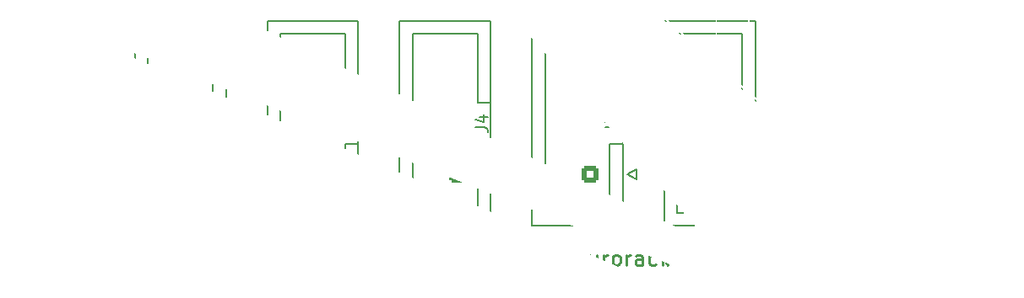
<source format=gto>
G04 #@! TF.GenerationSoftware,KiCad,Pcbnew,(6.0.1)*
G04 #@! TF.CreationDate,2022-05-14T16:39:52+02:00*
G04 #@! TF.ProjectId,eurorack-PSU-extension,6575726f-7261-4636-9b2d-5053552d6578,rev?*
G04 #@! TF.SameCoordinates,Original*
G04 #@! TF.FileFunction,Legend,Top*
G04 #@! TF.FilePolarity,Positive*
%FSLAX46Y46*%
G04 Gerber Fmt 4.6, Leading zero omitted, Abs format (unit mm)*
G04 Created by KiCad (PCBNEW (6.0.1)) date 2022-05-14 16:39:52*
%MOMM*%
%LPD*%
G01*
G04 APERTURE LIST*
G04 Aperture macros list*
%AMRoundRect*
0 Rectangle with rounded corners*
0 $1 Rounding radius*
0 $2 $3 $4 $5 $6 $7 $8 $9 X,Y pos of 4 corners*
0 Add a 4 corners polygon primitive as box body*
4,1,4,$2,$3,$4,$5,$6,$7,$8,$9,$2,$3,0*
0 Add four circle primitives for the rounded corners*
1,1,$1+$1,$2,$3*
1,1,$1+$1,$4,$5*
1,1,$1+$1,$6,$7*
1,1,$1+$1,$8,$9*
0 Add four rect primitives between the rounded corners*
20,1,$1+$1,$2,$3,$4,$5,0*
20,1,$1+$1,$4,$5,$6,$7,0*
20,1,$1+$1,$6,$7,$8,$9,0*
20,1,$1+$1,$8,$9,$2,$3,0*%
%AMFreePoly0*
4,1,80,0.000002,0.000005,0.083620,-0.005995,0.083621,-0.005995,0.158501,-0.023995,0.158502,-0.023995,0.224619,-0.053994,0.224623,-0.053996,0.282000,-0.095994,0.282004,-0.095997,0.328372,-0.150245,0.328375,-0.150248,0.361495,-0.218998,0.361495,-0.218999,0.381365,-0.302248,0.381365,-0.302250,0.387965,-0.400000,0.387965,-1.112000,0.387964,-1.112004,0.387960,-1.112005,0.089960,-1.112005,
0.089956,-1.112004,0.089955,-1.112000,0.089955,-0.474000,0.087355,-0.418750,0.087355,-0.418749,0.079455,-0.371001,0.079455,-0.371000,0.066325,-0.330752,0.066325,-0.330750,0.047958,-0.298005,0.047956,-0.298004,0.023837,-0.271754,-0.006541,-0.253005,-0.006542,-0.253005,-0.043161,-0.241755,-0.086040,-0.238055,-0.148668,-0.243955,-0.200538,-0.261575,-0.241666,-0.290953,-0.272035,-0.332071,
-0.272035,-0.332072,-0.293915,-0.383191,-0.309545,-0.444570,-0.309545,-0.444571,-0.318945,-0.516189,-0.318945,-0.516190,-0.322045,-0.598060,-0.322045,-1.112060,-0.322046,-1.112064,-0.322050,-1.112065,-0.620050,-1.112065,-0.620054,-1.112064,-0.620055,-1.112060,-0.620055,-0.020060,-0.620054,-0.020056,-0.620050,-0.020055,-0.392047,-0.020055,-0.392047,-0.020056,-0.392046,-0.020056,-0.392046,-0.020057,
-0.392045,-0.020059,-0.352046,-0.160055,-0.336053,-0.160055,-0.307684,-0.120937,-0.307684,-0.120936,-0.274554,-0.087556,-0.274550,-0.087554,-0.236683,-0.059926,-0.236679,-0.059924,-0.194062,-0.038055,-0.147431,-0.021425,-0.099561,-0.009555,-0.050441,-0.002455,-0.050440,-0.002455,-0.000063,-0.000055,-0.000004,0.000003,-0.000004,0.000004,-0.000001,0.000005,0.000000,0.000006,0.000002,0.000005,
0.000002,0.000005,$1*%
%AMFreePoly1*
4,1,13,0.000004,1.520004,0.000005,1.520000,0.000005,0.000000,0.000004,-0.000004,0.000000,-0.000005,-0.298000,-0.000005,-0.298004,-0.000004,-0.298005,0.000000,-0.298005,1.520000,-0.298004,1.520004,-0.298000,1.520005,0.000000,1.520005,0.000004,1.520004,0.000004,1.520004,$1*%
%AMFreePoly2*
4,1,103,0.016220,-0.000495,0.031881,-0.001995,0.046971,-0.004495,0.061502,-0.007995,0.075472,-0.012495,0.088882,-0.017995,0.088884,-0.017997,0.101723,-0.024496,0.113999,-0.031994,0.114003,-0.031996,0.125250,-0.040294,0.125254,-0.040297,0.135051,-0.050324,0.135054,-0.050327,0.143254,-0.062047,0.143254,-0.062048,0.150054,-0.075457,0.150055,-0.075458,0.155255,-0.090549,0.159055,-0.107329,
0.161255,-0.125799,0.161255,-0.125800,0.162005,-0.145960,0.161255,-0.165679,0.161255,-0.165680,0.159055,-0.183837,0.159055,-0.183841,0.155255,-0.200429,0.155255,-0.200432,0.150055,-0.215462,0.150052,-0.215465,0.143256,-0.228929,0.143254,-0.228933,0.135054,-0.240843,0.135051,-0.240846,0.125254,-0.251183,0.125250,-0.251186,0.114003,-0.259984,0.113999,-0.259986,0.101726,-0.267482,
0.101723,-0.267484,0.088884,-0.273983,0.088882,-0.273985,0.075472,-0.279485,0.061502,-0.283985,0.046971,-0.287485,0.031881,-0.289985,0.016220,-0.291485,0.000000,-0.291985,-0.000001,-0.291985,-0.016690,-0.291485,-0.032750,-0.289985,-0.032751,-0.289985,-0.048191,-0.287485,-0.063001,-0.283985,-0.063002,-0.283985,-0.077192,-0.279485,-0.090752,-0.273985,-0.103692,-0.267484,-0.103695,-0.267482,
-0.116003,-0.259984,-0.116004,-0.259983,-0.126783,-0.251184,-0.126786,-0.251181,-0.136084,-0.240843,-0.136086,-0.240840,-0.143984,-0.228933,-0.143986,-0.228929,-0.150485,-0.215462,-0.155485,-0.200432,-0.155485,-0.200429,-0.159085,-0.183841,-0.159085,-0.183837,-0.161285,-0.165681,-0.161285,-0.165680,-0.162004,-0.145960,-0.161285,-0.125800,-0.161285,-0.125799,-0.159085,-0.107329,-0.155485,-0.090549,
-0.155485,-0.090548,-0.150485,-0.075458,-0.150483,-0.075456,-0.143985,-0.062048,-0.143983,-0.062046,-0.136084,-0.050327,-0.136081,-0.050324,-0.126784,-0.040297,-0.126780,-0.040294,-0.116003,-0.031996,-0.103692,-0.024496,-0.103688,-0.024494,-0.090752,-0.017995,-0.077192,-0.012495,-0.063002,-0.007995,-0.063001,-0.007995,-0.048191,-0.004495,-0.032751,-0.001995,-0.032750,-0.001995,-0.016690,-0.000495,
-0.000001,0.000005,0.000000,0.000005,0.016220,-0.000495,0.016220,-0.000495,$1*%
%AMFreePoly3*
4,1,29,-0.017996,1.092004,-0.017995,1.092000,-0.017995,0.898000,-0.017996,0.897996,-0.017997,0.897996,-0.509990,0.228005,0.000000,0.228005,0.000004,0.228004,0.000005,0.228000,0.000005,0.000000,0.000004,-0.000004,0.000000,-0.000005,-0.862000,-0.000005,-0.862004,-0.000004,-0.862005,0.000000,-0.862005,0.175998,-0.862006,0.175999,-0.862004,0.176003,-0.862004,0.176004,-0.862003,0.176004,
-0.356010,0.863995,-0.832000,0.863995,-0.832004,0.863996,-0.832005,0.864000,-0.832005,1.092000,-0.832004,1.092004,-0.832000,1.092005,-0.018000,1.092005,-0.017996,1.092004,-0.017996,1.092004,$1*%
%AMFreePoly4*
4,1,194,0.053520,1.131688,0.080110,1.130688,0.105770,1.128988,0.130490,1.126588,0.130491,1.126588,0.154270,1.123488,0.154271,1.123488,0.177111,1.119688,0.199021,1.115188,0.219991,1.109988,0.240652,1.104388,0.240653,1.104387,0.260621,1.098488,0.260622,1.098488,0.279902,1.092388,0.298492,1.085988,0.316401,1.079388,0.316402,1.079388,0.333622,1.072488,0.350152,1.065388,
0.365992,1.057988,0.365995,1.057985,0.365995,1.057981,0.277995,0.827981,0.277992,0.827978,0.277988,0.827978,0.260608,0.834778,0.243478,0.841278,0.226608,0.847478,0.209988,0.853378,0.209987,0.853379,0.193608,0.858978,0.177478,0.864278,0.161608,0.869278,0.145979,0.873978,0.130979,0.878178,0.115979,0.881878,0.100979,0.884978,0.085979,0.887478,0.070979,0.889478,
0.055980,0.890878,0.040980,0.891722,0.025980,0.892003,-0.028398,0.886803,-0.075528,0.871333,-0.075529,0.871333,-0.115397,0.845554,-0.148025,0.809466,-0.173395,0.763058,-0.173395,0.763056,-0.191525,0.706336,-0.202395,0.639309,-0.202395,0.639308,-0.205995,0.561968,-0.205057,0.522308,-0.202257,0.485339,-0.197557,0.451059,-0.190957,0.419469,-0.182557,0.390560,-0.172247,0.364340,
-0.172247,0.364338,-0.160059,0.340812,-0.160058,0.340811,-0.145999,0.319972,-0.145998,0.319971,-0.129749,0.301692,-0.111999,0.285852,-0.092749,0.272442,-0.092748,0.272441,-0.072000,0.261473,-0.049751,0.252973,-0.026001,0.246873,-0.000751,0.243173,0.025998,0.241973,0.049158,0.242348,0.071628,0.243448,0.093407,0.245348,0.114497,0.247948,0.134907,0.251348,0.154627,0.255448,
0.173657,0.260348,0.191996,0.265948,0.209935,0.272747,0.209936,0.272748,0.227746,0.280048,0.245436,0.287948,0.262996,0.296447,0.280435,0.305447,0.280437,0.305447,0.297744,0.315046,0.297745,0.315047,0.314935,0.325207,0.331994,0.335926,0.331994,0.335927,0.331998,0.335928,0.331999,0.335928,0.332002,0.335927,0.332003,0.335923,0.332003,0.081923,0.332002,0.081919,
0.332000,0.081919,0.314871,0.071329,0.314867,0.071327,0.297492,0.061530,0.297490,0.061528,0.279864,0.052531,0.279860,0.052529,0.261990,0.044328,0.261989,0.044328,0.243860,0.037028,0.225490,0.030528,0.225489,0.030528,0.206859,0.024828,0.187979,0.019928,0.168859,0.015228,0.148479,0.011128,0.126849,0.007728,0.103979,0.004928,0.103978,0.004928,0.079858,0.002728,
0.054478,0.001128,0.027858,0.000191,-0.000019,-0.000122,-0.000024,-0.000122,-0.000026,-0.000121,-0.000026,-0.000120,-0.000027,-0.000120,-0.000027,-0.000116,-0.000006,-0.000005,-0.059280,0.002095,-0.059281,0.002095,-0.115121,0.008395,-0.167531,0.018865,-0.167532,0.018865,-0.216501,0.033525,-0.216502,0.033525,-0.262032,0.052365,-0.304121,0.075396,-0.304123,0.075396,-0.342783,0.102616,
-0.342786,0.102619,-0.378003,0.134026,-0.378004,0.134027,-0.408944,0.169997,-0.408946,0.170000,-0.435754,0.210907,-0.435756,0.210911,-0.458442,0.256744,-0.458445,0.256748,-0.477005,0.307528,-0.491445,0.363249,-0.491445,0.363251,-0.501755,0.423909,-0.501755,0.423913,-0.507955,0.489500,-0.510055,0.560030,-0.508955,0.608870,-0.505755,0.655400,-0.505755,0.655401,-0.500455,0.699620,
-0.500455,0.699621,-0.493055,0.741531,-0.483455,0.781121,-0.483454,0.781123,-0.471765,0.818402,-0.457955,0.853372,-0.457953,0.853374,-0.442015,0.886032,-0.442013,0.886034,-0.424204,0.916502,-0.424204,0.916503,-0.404764,0.944912,-0.404764,0.944913,-0.383704,0.971253,-0.361014,0.995534,-0.361012,0.995535,-0.336703,1.017754,-0.336700,1.017756,-0.310763,1.037914,-0.283202,1.056004,
-0.283199,1.056006,-0.254014,1.072033,-0.254012,1.072035,-0.222952,1.086095,-0.190762,1.098285,-0.190761,1.098285,-0.157452,1.108595,-0.157451,1.108595,-0.123011,1.116995,-0.087451,1.123595,-0.050760,1.128295,-0.012950,1.131095,0.025990,1.132032,0.053520,1.131688,0.053520,1.131688,$1*%
%AMFreePoly5*
4,1,80,0.000001,0.000005,0.083630,-0.005995,0.083631,-0.005995,0.158501,-0.023995,0.158502,-0.023995,0.224619,-0.053994,0.224623,-0.053996,0.282000,-0.095994,0.282004,-0.095997,0.328372,-0.150245,0.328375,-0.150248,0.361503,-0.218995,0.361505,-0.218999,0.381375,-0.302248,0.381375,-0.302250,0.387975,-0.400000,0.387975,-1.112000,0.387974,-1.112004,0.387970,-1.112005,0.089970,-1.112005,
0.089966,-1.112004,0.089965,-1.112000,0.089965,-0.474000,0.087365,-0.418750,0.087365,-0.418749,0.079465,-0.371001,0.079465,-0.371000,0.066335,-0.330752,0.066335,-0.330750,0.047968,-0.298005,0.047966,-0.298004,0.023846,-0.271753,-0.006521,-0.253005,-0.043151,-0.241755,-0.086030,-0.238055,-0.148649,-0.243955,-0.200528,-0.261575,-0.241656,-0.290953,-0.272025,-0.332071,-0.272025,-0.332072,
-0.293905,-0.383191,-0.309535,-0.444570,-0.309535,-0.444571,-0.318935,-0.516189,-0.318935,-0.516190,-0.322035,-0.598060,-0.322035,-1.112060,-0.322036,-1.112064,-0.322040,-1.112065,-0.620040,-1.112065,-0.620044,-1.112064,-0.620045,-1.112060,-0.620045,-0.020060,-0.620044,-0.020056,-0.620040,-0.020055,-0.392037,-0.020055,-0.392037,-0.020056,-0.392036,-0.020056,-0.392036,-0.020057,-0.392035,-0.020059,
-0.352036,-0.160055,-0.336043,-0.160055,-0.307664,-0.120937,-0.307664,-0.120936,-0.274544,-0.087556,-0.274540,-0.087554,-0.236673,-0.059926,-0.236669,-0.059924,-0.194042,-0.038055,-0.147422,-0.021425,-0.147421,-0.021425,-0.099551,-0.009555,-0.050421,-0.002455,-0.050420,-0.002455,-0.000052,-0.000055,-0.000004,0.000003,-0.000004,0.000004,-0.000003,0.000004,-0.000001,0.000006,0.000001,0.000005,
0.000001,0.000005,$1*%
%AMFreePoly6*
4,1,262,0.000145,0.000017,0.000146,0.000013,0.000146,0.000009,0.000142,0.000008,0.000084,0.000003,0.053380,-0.001495,0.103511,-0.005995,0.150381,-0.013495,0.194001,-0.023995,0.194002,-0.023995,0.234371,-0.037495,0.234372,-0.037495,0.271502,-0.053995,0.271504,-0.053997,0.305369,-0.073494,0.305373,-0.073496,0.336000,-0.095994,0.336003,-0.095996,0.363663,-0.121086,0.363664,-0.121087,
0.387631,-0.149364,0.387634,-0.149367,0.407914,-0.180837,0.407915,-0.180838,0.424505,-0.215498,0.437414,-0.253337,0.437415,-0.253339,0.446615,-0.294369,0.452115,-0.338590,0.453915,-0.386000,0.453915,-1.114000,0.453914,-1.114004,0.453910,-1.114005,0.245908,-1.114005,0.245908,-1.114004,0.245906,-1.114004,0.245905,-1.114000,0.231505,-1.077002,0.224205,-1.058502,0.224205,-1.058499,
0.188206,-0.966005,0.180212,-0.966005,0.162594,-0.987253,0.162594,-0.987254,0.144714,-1.007003,0.126594,-1.025254,0.126592,-1.025255,0.108224,-1.042003,0.108223,-1.042004,0.089594,-1.057253,0.089593,-1.057254,0.070714,-1.071003,0.070713,-1.071004,0.051583,-1.083254,0.051579,-1.083256,0.032216,-1.094002,0.032212,-1.094004,0.011802,-1.103405,0.011801,-1.103405,-0.010418,-1.111505,
-0.010419,-1.111505,-0.034449,-1.118405,-0.060289,-1.124005,-0.069959,-1.125543,-0.087949,-1.128405,-0.117419,-1.131505,-0.148700,-1.133405,-0.181790,-1.134030,-0.217510,-1.132730,-0.251671,-1.128830,-0.284261,-1.122230,-0.284262,-1.122230,-0.315291,-1.113030,-0.315292,-1.113030,-0.344762,-1.101220,-0.344764,-1.101218,-0.372671,-1.086779,-0.372673,-1.086779,-0.399013,-1.069719,-0.399014,-1.069718,
-0.423793,-1.050029,-0.423796,-1.050026,-0.446294,-1.027559,-0.446296,-1.027555,-0.465794,-1.002148,-0.465795,-1.002147,-0.482294,-0.973808,-0.482295,-0.973807,-0.495795,-0.942527,-0.506295,-0.908306,-0.506295,-0.908304,-0.513795,-0.871146,-0.513795,-0.871142,-0.518295,-0.831056,-0.518295,-0.831054,-0.519726,-0.790010,-0.213970,-0.790010,-0.213345,-0.806419,-0.211445,-0.821639,-0.208345,-0.835668,
-0.203945,-0.848508,-0.198347,-0.860166,-0.198346,-0.860167,-0.191447,-0.870636,-0.191446,-0.870637,-0.183347,-0.879936,-0.173947,-0.888036,-0.163567,-0.894636,-0.163566,-0.894637,-0.152450,-0.900335,-0.152448,-0.900335,-0.140578,-0.905135,-0.127958,-0.909035,-0.127957,-0.909035,-0.114579,-0.912135,-0.100460,-0.914335,-0.085589,-0.915635,-0.069960,-0.916072,-0.046431,-0.915197,-0.023841,-0.912597,
-0.002181,-0.908197,0.018538,-0.902097,0.038318,-0.894197,0.038320,-0.894197,0.057158,-0.884597,0.057159,-0.884597,0.075066,-0.873219,0.075067,-0.873218,0.092035,-0.860099,0.092036,-0.860098,0.107507,-0.844878,0.120916,-0.828218,0.120917,-0.828218,0.132255,-0.810130,0.141555,-0.790600,0.148755,-0.769630,0.153955,-0.747221,0.157055,-0.723381,0.158055,-0.698102,0.158055,-0.619352,
0.157995,-0.608005,0.042001,-0.612005,0.007380,-0.613705,-0.024490,-0.616805,-0.053619,-0.621205,-0.079998,-0.627005,-0.103629,-0.634205,-0.124498,-0.642805,-0.124500,-0.642805,-0.142616,-0.652703,-0.142617,-0.652704,-0.157996,-0.664013,-0.171116,-0.676483,-0.182496,-0.689893,-0.192095,-0.704231,-0.192096,-0.704233,-0.199995,-0.719510,-0.199995,-0.719512,-0.206095,-0.735731,-0.210495,-0.752890,
-0.210495,-0.752891,-0.213095,-0.770979,-0.213095,-0.770980,-0.213970,-0.790010,-0.519726,-0.790010,-0.519795,-0.788025,-0.517895,-0.745965,-0.517895,-0.745964,-0.512195,-0.706775,-0.512195,-0.706774,-0.502695,-0.670464,-0.502695,-0.670463,-0.489355,-0.637023,-0.489352,-0.637019,-0.472194,-0.606463,-0.472194,-0.606462,-0.451224,-0.578772,-0.451224,-0.578771,-0.426444,-0.553962,-0.426443,-0.553961,
-0.397853,-0.532021,-0.365443,-0.512651,-0.365442,-0.512650,-0.329222,-0.495520,-0.289192,-0.480640,-0.289191,-0.480640,-0.245352,-0.468020,-0.245351,-0.468020,-0.197691,-0.457650,-0.146221,-0.449550,-0.090940,-0.443650,-0.031850,-0.440050,0.158145,-0.434050,0.158145,-0.386054,0.157426,-0.365275,0.155226,-0.345936,0.155226,-0.345934,0.151626,-0.328026,0.151626,-0.328025,0.146626,-0.311556,
0.140126,-0.296527,0.132227,-0.282938,0.122927,-0.270778,0.112147,-0.260059,0.112146,-0.260058,0.100588,-0.250659,0.100586,-0.250657,0.087900,-0.242560,0.087899,-0.242560,0.074091,-0.235660,0.074089,-0.235660,0.059149,-0.230060,0.043090,-0.225660,0.025900,-0.222560,0.007590,-0.220660,-0.011849,-0.220035,-0.031788,-0.220410,-0.051599,-0.221510,-0.071288,-0.223410,-0.090848,-0.226010,
-0.110288,-0.229410,-0.129597,-0.233510,-0.148786,-0.238410,-0.148787,-0.238410,-0.167846,-0.244009,-0.167847,-0.244010,-0.186848,-0.249710,-0.205847,-0.255810,-0.224847,-0.262210,-0.243847,-0.269010,-0.243848,-0.269010,-0.262847,-0.276210,-0.281847,-0.283810,-0.300847,-0.291710,-0.300849,-0.291710,-0.319847,-0.300010,-0.319851,-0.300010,-0.319854,-0.300007,-0.417853,-0.098007,-0.417854,-0.098003,
-0.417851,-0.098001,-0.396013,-0.087282,-0.396011,-0.087280,-0.373481,-0.077120,-0.350261,-0.067520,-0.326351,-0.058520,-0.301760,-0.050020,-0.276480,-0.042120,-0.250511,-0.034820,-0.250510,-0.034820,-0.223850,-0.028020,-0.196730,-0.021420,-0.169360,-0.015720,-0.141730,-0.010920,-0.113850,-0.007020,-0.085730,-0.003920,-0.085729,-0.003920,-0.057350,-0.001720,-0.057349,-0.001720,-0.028729,-0.000420,
0.000141,0.000018,0.000145,0.000017,0.000145,0.000017,$1*%
%AMFreePoly7*
4,1,332,-0.631995,0.706655,-0.631994,0.706655,-0.533994,0.690525,-0.441994,0.663645,-0.441993,0.663645,-0.355993,0.626025,-0.355992,0.626024,-0.277492,0.578404,-0.207992,0.521524,-0.207991,0.521523,-0.147494,0.455406,-0.147491,0.455403,-0.095991,0.380033,-0.095991,0.380032,-0.053992,0.296285,-0.053990,0.296282,-0.023990,0.205032,-0.023990,0.205031,-0.005991,0.106284,-0.005990,0.106280,
0.000010,0.000033,0.000010,0.000029,0.000005,0.000001,0.000005,-0.000001,-0.001395,-0.045869,-0.001395,-0.045870,-0.005495,-0.091496,-0.005495,-0.091500,-0.012395,-0.136879,-0.012395,-0.136881,-0.021995,-0.181999,-0.021995,-0.182001,-0.034495,-0.226000,-0.034495,-0.226002,-0.049995,-0.268002,-0.068494,-0.308000,-0.068495,-0.308002,-0.089995,-0.346000,-0.089996,-0.346003,-0.113496,-0.381123,
-0.113499,-0.381126,-0.139996,-0.412493,-0.169497,-0.440124,-0.169500,-0.440126,-0.201996,-0.464003,-0.201998,-0.464005,-0.237495,-0.482372,-0.237495,-0.482373,-0.237499,-0.482375,-0.275998,-0.495505,-0.275999,-0.495505,-0.317499,-0.503405,-0.317500,-0.503405,-0.362000,-0.506005,-0.362001,-0.506005,-0.397880,-0.503905,-0.397881,-0.503905,-0.431501,-0.497505,-0.462882,-0.486875,-0.462885,-0.486873,
-0.492011,-0.471994,-0.492013,-0.471994,-0.517883,-0.452744,-0.517886,-0.452741,-0.539514,-0.430994,-0.539516,-0.430990,-0.556894,-0.406743,-0.556896,-0.406739,-0.570013,-0.379995,-0.586008,-0.379995,-0.607756,-0.404243,-0.607757,-0.404244,-0.633007,-0.426994,-0.633010,-0.426996,-0.661756,-0.448243,-0.661757,-0.448244,-0.694007,-0.467994,-0.694011,-0.467996,-0.728758,-0.484615,-0.728759,-0.484615,
-0.767009,-0.496495,-0.767010,-0.496495,-0.808759,-0.503595,-0.831990,-0.504827,-0.854010,-0.505995,-0.938010,-0.499395,-0.938012,-0.499395,-1.012011,-0.479525,-1.012015,-0.479523,-1.012015,-0.479522,-1.076009,-0.446406,-1.076013,-0.446404,-1.130013,-0.400024,-1.130016,-0.400020,-1.172014,-0.341903,-1.172016,-0.341899,-1.202015,-0.275522,-1.202015,-0.275519,-1.220015,-0.200901,-1.220015,-0.200897,
-1.225727,-0.122000,-1.225727,-0.121995,-1.000015,-0.121995,-1.000000,-0.121995,-0.999996,-0.121996,-0.999995,-0.122000,-0.997095,-0.173119,-0.988495,-0.216488,-0.974115,-0.252108,-0.953986,-0.279986,-0.953987,-0.279986,-0.929117,-0.300986,-0.929116,-0.300987,-0.900488,-0.315985,-0.868119,-0.324985,-0.831990,-0.327985,-0.785742,-0.323485,-0.746992,-0.309985,-0.715743,-0.287486,-0.691995,-0.255988,
-0.673125,-0.216239,-0.673125,-0.216238,-0.658495,-0.170989,-0.648115,-0.120239,-0.642015,-0.063989,-0.630015,0.152006,-0.641511,0.153905,-0.654011,0.155505,-0.667511,0.156905,-0.682010,0.158005,-0.682011,0.158005,-0.696261,0.159805,-0.711010,0.161005,-0.711011,0.161005,-0.726260,0.161755,-0.742010,0.162005,-0.787509,0.159405,-0.828009,0.151505,-0.863508,0.138375,-0.863509,0.138375,
-0.894007,0.120006,-0.920136,0.098377,-0.942506,0.073497,-0.961136,0.045377,-0.976015,0.013999,-0.986515,-0.019251,-0.994015,-0.053000,-0.994015,-0.053001,-0.998515,-0.087250,-0.998515,-0.087251,-1.000015,-0.121995,-1.225727,-0.121995,-1.226015,-0.118020,-1.222415,-0.053019,-1.222414,-0.053015,-1.211535,0.007981,-1.211535,0.007982,-1.193415,0.064982,-1.168045,0.117982,-1.168043,0.117984,
-1.136044,0.167103,-1.136041,0.167106,-1.098044,0.210473,-1.098043,0.210474,-1.054043,0.248104,-1.004043,0.279974,-1.004042,0.279975,-0.948665,0.306223,-0.948661,0.306225,-0.888541,0.324975,-0.823661,0.336225,-0.823660,0.336225,-0.754041,0.339925,-0.754040,0.339925,-0.706660,0.338825,-0.658540,0.335425,-0.658539,0.335425,-0.609659,0.329825,-0.560039,0.321925,-0.511919,0.313625,
-0.469549,0.304925,-0.432919,0.295625,-0.402038,0.285925,-0.402037,0.285924,-0.402036,0.285924,-0.402035,0.285923,-0.402035,0.285920,-0.422035,-0.124079,-0.422035,-0.124080,-0.422910,-0.134210,-0.423535,-0.144579,-0.423535,-0.144580,-0.423910,-0.155210,-0.424035,-0.166080,-0.424035,-0.192080,-0.422635,-0.229709,-0.418535,-0.260579,-0.411635,-0.284699,-0.402037,-0.302076,-0.389787,-0.313456,
-0.377040,-0.321555,-0.377038,-0.321555,-0.363788,-0.326455,-0.350040,-0.328055,-0.328922,-0.325255,-0.309542,-0.316955,-0.291923,-0.303206,-0.276044,-0.283957,-0.276043,-0.283956,-0.261165,-0.259208,-0.248545,-0.230960,-0.248545,-0.230958,-0.238175,-0.199208,-0.230075,-0.163959,-0.223075,-0.125079,-0.218075,-0.084450,-0.215075,-0.042080,-0.214075,0.002050,-0.218275,0.082050,-0.218275,0.082051,
-0.231025,0.156049,-0.252275,0.224049,-0.282025,0.286048,-0.282025,0.286050,-0.319143,0.341545,-0.319144,0.341546,-0.362524,0.390047,-0.412143,0.431546,-0.468023,0.466046,-0.468024,0.466047,-0.528902,0.493165,-0.593521,0.512535,-0.661891,0.524155,-0.734010,0.528055,-0.834884,0.522555,-0.927504,0.506055,-1.011883,0.478555,-1.088001,0.440057,-1.088002,0.440056,-1.154751,0.392937,
-1.154752,0.392936,-1.213001,0.337567,-1.262751,0.273937,-1.304000,0.202060,-1.304000,0.202058,-1.336380,0.124439,-1.359510,0.041560,-1.359510,0.041559,-1.373380,-0.046559,-1.373380,-0.046560,-1.377980,-0.139940,-1.368980,-0.267064,-1.341980,-0.378438,-1.296980,-0.474058,-1.233982,-0.553936,-1.153863,-0.616935,-1.057485,-0.661935,-1.057484,-0.661935,-0.944859,-0.688935,-0.815985,-0.697935,
-0.757485,-0.696435,-0.697986,-0.691935,-0.637486,-0.684435,-0.575986,-0.673935,-0.514236,-0.660065,-0.454986,-0.644435,-0.398237,-0.627055,-0.343986,-0.607935,-0.343982,-0.607935,-0.343980,-0.607938,-0.343980,-0.795940,-0.343981,-0.795944,-0.343982,-0.795944,-0.343983,-0.795945,-0.393363,-0.814945,-0.393364,-0.814945,-0.445483,-0.831945,-0.445484,-0.831945,-0.500364,-0.846945,-0.557984,-0.859945,
-0.617864,-0.870445,-0.679484,-0.877945,-0.742865,-0.882445,-0.807985,-0.883945,-0.927485,-0.878445,-0.927486,-0.878445,-1.037986,-0.861945,-1.037987,-0.861945,-1.139486,-0.834445,-1.139490,-0.834443,-1.231987,-0.795945,-1.231990,-0.795942,-1.314858,-0.747194,-1.314859,-0.747193,-1.387488,-0.688944,-1.387491,-0.688941,-1.449869,-0.621193,-1.449871,-0.621190,-1.501989,-0.543943,-1.501991,-0.543939,
-1.542240,-0.456812,-1.570990,-0.361431,-1.570990,-0.361429,-1.588240,-0.257806,-1.588240,-0.257802,-1.593940,-0.145930,-1.590240,-0.056549,-1.578990,0.029571,-1.560240,0.112451,-1.560240,0.112452,-1.533990,0.192081,-1.533990,0.192082,-1.500740,0.267582,-1.500737,0.267585,-1.460989,0.338082,-1.460989,0.338083,-1.414739,0.403583,-1.414736,0.403586,-1.361989,0.464083,-1.361988,0.464084,
-1.303109,0.519713,-1.303108,0.519714,-1.238488,0.568584,-1.168118,0.610704,-1.168117,0.610705,-1.091998,0.646084,-1.091997,0.646085,-1.009746,0.674955,-0.922996,0.695585,-0.831745,0.707955,-0.735995,0.712055,-0.631995,0.706655,-0.631995,0.706655,$1*%
%AMFreePoly8*
4,1,262,0.000046,0.000015,0.000046,0.000010,0.000043,0.000008,0.000031,0.000004,0.053370,-0.001495,0.103501,-0.005995,0.150371,-0.013495,0.193991,-0.023995,0.193992,-0.023995,0.234372,-0.037495,0.271492,-0.053995,0.271494,-0.053997,0.305373,-0.073496,0.336000,-0.095994,0.336003,-0.095996,0.363663,-0.121086,0.363664,-0.121087,0.387631,-0.149364,0.387634,-0.149367,0.407914,-0.180837,
0.407915,-0.180838,0.424505,-0.215498,0.437414,-0.253337,0.437415,-0.253339,0.446615,-0.294369,0.452115,-0.338590,0.453915,-0.386000,0.453915,-1.114000,0.453914,-1.114004,0.453910,-1.114005,0.245908,-1.114005,0.245907,-1.114004,0.245906,-1.114004,0.245905,-1.114002,0.238605,-1.095502,0.195405,-0.984502,0.188106,-0.966005,0.180112,-0.966005,0.162484,-0.987253,0.162481,-0.987256,
0.144614,-1.007003,0.126484,-1.025254,0.126482,-1.025255,0.108114,-1.042003,0.108113,-1.042004,0.089484,-1.057253,0.089483,-1.057254,0.070604,-1.071003,0.070603,-1.071004,0.051483,-1.083254,0.051479,-1.083256,0.032106,-1.094002,0.032102,-1.094004,0.011692,-1.103405,0.011691,-1.103405,-0.010528,-1.111505,-0.010529,-1.111505,-0.034559,-1.118405,-0.060399,-1.124005,-0.069969,-1.125527,
-0.088059,-1.128405,-0.117529,-1.131505,-0.148810,-1.133405,-0.181900,-1.134030,-0.217620,-1.132730,-0.251781,-1.128830,-0.284371,-1.122230,-0.284372,-1.122230,-0.315401,-1.113030,-0.315402,-1.113030,-0.344872,-1.101220,-0.344874,-1.101218,-0.372781,-1.086779,-0.372783,-1.086779,-0.399123,-1.069719,-0.399124,-1.069718,-0.423903,-1.050029,-0.423906,-1.050026,-0.446404,-1.027559,-0.446406,-1.027555,
-0.465904,-1.002148,-0.465905,-1.002147,-0.482404,-0.973808,-0.482405,-0.973807,-0.495905,-0.942527,-0.506405,-0.908306,-0.506405,-0.908304,-0.513905,-0.871146,-0.513905,-0.871142,-0.518405,-0.831056,-0.518405,-0.831054,-0.519836,-0.790010,-0.213980,-0.790010,-0.213355,-0.806419,-0.211455,-0.821639,-0.208355,-0.835668,-0.203955,-0.848508,-0.198357,-0.860166,-0.198356,-0.860167,-0.191457,-0.870636,
-0.191456,-0.870637,-0.183357,-0.879936,-0.173957,-0.888036,-0.163587,-0.894636,-0.163586,-0.894637,-0.152470,-0.900335,-0.152468,-0.900335,-0.140588,-0.905135,-0.127968,-0.909035,-0.127967,-0.909035,-0.114599,-0.912135,-0.100480,-0.914335,-0.085599,-0.915635,-0.069970,-0.916072,-0.046441,-0.915197,-0.023851,-0.912597,-0.002191,-0.908197,0.018528,-0.902097,0.038308,-0.894197,0.038310,-0.894197,
0.057148,-0.884597,0.057149,-0.884597,0.075056,-0.873219,0.075057,-0.873218,0.092025,-0.860099,0.092026,-0.860098,0.107497,-0.844878,0.120906,-0.828218,0.120907,-0.828218,0.132245,-0.810130,0.141545,-0.790600,0.148745,-0.769630,0.153945,-0.747221,0.157045,-0.723381,0.158045,-0.698102,0.158045,-0.619352,0.157995,-0.608005,0.042001,-0.612005,0.007370,-0.613705,-0.024500,-0.616805,
-0.053629,-0.621205,-0.079998,-0.627005,-0.103628,-0.634205,-0.124508,-0.642805,-0.124510,-0.642805,-0.142626,-0.652703,-0.142627,-0.652704,-0.157996,-0.664013,-0.157997,-0.664014,-0.171126,-0.676483,-0.182506,-0.689893,-0.192105,-0.704231,-0.192106,-0.704233,-0.200005,-0.719510,-0.200005,-0.719512,-0.206105,-0.735731,-0.210505,-0.752890,-0.210505,-0.752891,-0.213105,-0.770979,-0.213105,-0.770980,
-0.213980,-0.790010,-0.519836,-0.790010,-0.519905,-0.788025,-0.518005,-0.745965,-0.518005,-0.745964,-0.512305,-0.706775,-0.512305,-0.706774,-0.502805,-0.670464,-0.502805,-0.670463,-0.489465,-0.637023,-0.489462,-0.637019,-0.472304,-0.606463,-0.472304,-0.606462,-0.451334,-0.578772,-0.451334,-0.578771,-0.426554,-0.553962,-0.426553,-0.553961,-0.397963,-0.532021,-0.365553,-0.512651,-0.365552,-0.512650,
-0.329332,-0.495520,-0.289302,-0.480640,-0.289301,-0.480640,-0.245462,-0.468020,-0.245461,-0.468020,-0.197801,-0.457650,-0.146331,-0.449550,-0.091050,-0.443650,-0.031960,-0.440050,0.158035,-0.434050,0.158035,-0.386054,0.157316,-0.365275,0.155116,-0.345936,0.155116,-0.345934,0.151516,-0.328026,0.151516,-0.328025,0.146516,-0.311556,0.140016,-0.296527,0.132117,-0.282938,0.122817,-0.270778,
0.112037,-0.260059,0.112036,-0.260058,0.100478,-0.250659,0.100476,-0.250657,0.087790,-0.242560,0.087789,-0.242560,0.073981,-0.235660,0.073979,-0.235660,0.059039,-0.230060,0.042980,-0.225660,0.025790,-0.222560,0.007480,-0.220660,-0.011959,-0.220035,-0.031898,-0.220410,-0.051709,-0.221510,-0.071398,-0.223410,-0.090958,-0.226010,-0.110398,-0.229410,-0.129707,-0.233510,-0.148896,-0.238410,
-0.148897,-0.238410,-0.167956,-0.244009,-0.167957,-0.244010,-0.186958,-0.249710,-0.205957,-0.255810,-0.224957,-0.262210,-0.243957,-0.269010,-0.243958,-0.269010,-0.262957,-0.276210,-0.281957,-0.283810,-0.300957,-0.291710,-0.300959,-0.291710,-0.319957,-0.300010,-0.319961,-0.300010,-0.319964,-0.300007,-0.417963,-0.098007,-0.417964,-0.098003,-0.417961,-0.098001,-0.396123,-0.087282,-0.396121,-0.087280,
-0.373591,-0.077120,-0.350371,-0.067520,-0.326461,-0.058520,-0.301870,-0.050020,-0.276590,-0.042120,-0.250621,-0.034820,-0.250620,-0.034820,-0.223960,-0.028020,-0.196830,-0.021420,-0.169460,-0.015720,-0.141830,-0.010920,-0.113961,-0.007020,-0.113960,-0.007020,-0.085830,-0.003920,-0.085829,-0.003920,-0.057460,-0.001720,-0.057459,-0.001720,-0.028830,-0.000420,-0.028829,-0.000420,0.000039,0.000018,
0.000044,0.000018,0.000046,0.000015,0.000046,0.000015,$1*%
%AMFreePoly9*
4,1,123,0.000177,0.000015,0.000178,0.000011,0.000177,0.000007,0.000173,0.000006,0.000101,0.000001,0.042910,-0.001495,0.042911,-0.001495,0.083631,-0.005995,0.122161,-0.013495,0.158502,-0.023995,0.192662,-0.037495,0.192664,-0.037497,0.224629,-0.053994,0.224633,-0.053996,0.254409,-0.073494,0.254413,-0.073496,0.282001,-0.095995,0.282004,-0.095996,0.306841,-0.121304,0.306844,-0.121307,
0.328374,-0.150247,0.328374,-0.150248,0.346594,-0.182807,0.346595,-0.182808,0.361505,-0.218998,0.361505,-0.218999,0.373094,-0.258807,0.373095,-0.258809,0.381394,-0.302246,0.381395,-0.302249,0.386395,-0.349310,0.388095,-0.399999,0.388095,-1.112000,0.388094,-1.112004,0.388090,-1.112005,0.090090,-1.112005,0.090086,-1.112004,0.090085,-1.112000,0.090085,-0.474000,0.089429,-0.445440,
0.087429,-0.418750,0.084129,-0.393941,0.084129,-0.393940,0.079529,-0.371001,0.073629,-0.349941,0.066429,-0.330752,0.057930,-0.313443,0.048130,-0.298003,0.036850,-0.283943,0.024011,-0.271754,0.024010,-0.271753,0.009601,-0.261444,-0.006366,-0.253045,-0.006368,-0.253045,-0.023898,-0.246445,-0.042987,-0.241745,-0.063647,-0.238945,-0.085866,-0.238008,-0.118526,-0.239508,-0.148495,-0.243908,
-0.175774,-0.251208,-0.200364,-0.261488,-0.200366,-0.261488,-0.222273,-0.274707,-0.241492,-0.290866,-0.258022,-0.309956,-0.258023,-0.309957,-0.271861,-0.331984,-0.271861,-0.331985,-0.283581,-0.356264,-0.293741,-0.383104,-0.302341,-0.412513,-0.302341,-0.412514,-0.309341,-0.444482,-0.309341,-0.444484,-0.314841,-0.479013,-0.314841,-0.479014,-0.318741,-0.516102,-0.318741,-0.516103,-0.321041,-0.555763,
-0.321822,-0.597983,-0.321822,-1.111983,-0.321823,-1.111987,-0.321827,-1.111988,-0.619827,-1.111988,-0.619831,-1.111987,-0.619832,-1.111983,-0.619832,-0.019983,-0.619831,-0.019979,-0.619827,-0.019978,-0.391824,-0.019978,-0.391824,-0.019979,-0.391823,-0.019979,-0.391823,-0.019980,-0.391822,-0.019982,-0.351823,-0.159978,-0.335830,-0.159978,-0.322241,-0.139701,-0.322241,-0.139700,-0.307461,-0.120860,
-0.307460,-0.120859,-0.291491,-0.103450,-0.291490,-0.103449,-0.274330,-0.087479,-0.255990,-0.072949,-0.236460,-0.059859,-0.236456,-0.059857,-0.215740,-0.048199,-0.215739,-0.048198,-0.193831,-0.037980,-0.193829,-0.037978,-0.170669,-0.029078,-0.147198,-0.021378,-0.123419,-0.014878,-0.123418,-0.014878,-0.099328,-0.009578,-0.074918,-0.005378,-0.050198,-0.002378,-0.050197,-0.002378,-0.025167,-0.000578,
0.000171,0.000016,0.000173,0.000016,0.000177,0.000015,0.000177,0.000015,$1*%
%AMFreePoly10*
4,1,323,-0.370726,0.787642,-0.345695,0.786705,-0.320975,0.785105,-0.320974,0.785105,-0.296565,0.782905,-0.272476,0.780105,-0.272475,0.780105,-0.248695,0.776705,-0.225226,0.772605,-0.225225,0.772605,-0.202065,0.767905,-0.178975,0.762505,-0.155695,0.756305,-0.132224,0.749305,-0.108564,0.741505,-0.084724,0.732805,-0.060694,0.723305,-0.036474,0.713025,-0.012064,0.701935,-0.012061,0.701932,
-0.012061,0.701928,-0.102061,0.487928,-0.102064,0.487925,-0.102068,0.487925,-0.121938,0.496225,-0.141558,0.504125,-0.160938,0.511725,-0.180058,0.518925,-0.198938,0.525725,-0.198939,0.525726,-0.217568,0.532125,-0.235938,0.538225,-0.235939,0.538226,-0.254067,0.543925,-0.272097,0.549525,-0.290187,0.554425,-0.308347,0.558525,-0.308348,0.558525,-0.326567,0.561925,-0.344847,0.564525,
-0.363187,0.566425,-0.381596,0.567525,-0.400065,0.567900,-0.431005,0.566800,-0.457815,0.563400,-0.480504,0.557800,-0.499064,0.549900,-0.513502,0.539772,-0.523811,0.527403,-0.530011,0.512774,-0.532111,0.495906,-0.532111,0.495905,-0.531861,0.489506,-0.531111,0.483206,-0.529811,0.477006,-0.528111,0.470907,-0.525813,0.465009,-0.525811,0.465007,-0.523111,0.459207,-0.519813,0.453509,
-0.519812,0.453508,-0.516113,0.447909,-0.516112,0.447909,-0.511113,0.442809,-0.505213,0.437609,-0.498413,0.432309,-0.490613,0.426909,-0.481915,0.421309,-0.481913,0.421309,-0.472213,0.415609,-0.472212,0.415608,-0.461624,0.409810,-0.461622,0.409808,-0.450096,0.403910,-0.450094,0.403910,-0.436876,0.397710,-0.436874,0.397710,-0.422214,0.391010,-0.406126,0.383710,-0.406124,0.383710,
-0.388596,0.376010,-0.388594,0.376010,-0.369624,0.367710,-0.349214,0.358910,-0.327376,0.349710,-0.327374,0.349710,-0.304094,0.340010,-0.281004,0.330410,-0.258724,0.320710,-0.237256,0.310910,-0.237254,0.310910,-0.216593,0.301009,-0.216590,0.301007,-0.196754,0.290949,-0.177723,0.280759,-0.177722,0.280758,-0.159503,0.270449,-0.142097,0.260011,-0.142093,0.260009,-0.125593,0.249669,
-0.110093,0.238639,-0.095593,0.226919,-0.082093,0.214509,-0.082092,0.214508,-0.069595,0.201421,-0.069592,0.201418,-0.058095,0.187641,-0.058092,0.187638,-0.047593,0.173169,-0.047592,0.173168,-0.038094,0.158010,-0.038092,0.158007,-0.029194,0.141980,-0.029191,0.141977,-0.021491,0.124887,-0.014991,0.106727,-0.014991,0.106726,-0.009691,0.087507,-0.009691,0.087506,-0.005491,0.067226,
-0.002491,0.045886,-0.002491,0.045885,-0.000691,0.023476,-0.000691,0.023475,-0.000097,0.000010,0.000000,0.000005,0.000004,0.000004,0.000005,0.000000,-0.001795,-0.040306,-0.001795,-0.040310,-0.007295,-0.078249,-0.007295,-0.078251,-0.016495,-0.113810,-0.016495,-0.113812,-0.029404,-0.147000,-0.029405,-0.147002,-0.045994,-0.177809,-0.045996,-0.177813,-0.066276,-0.206253,-0.066279,-0.206256,
-0.090246,-0.232313,-0.090247,-0.232314,-0.117907,-0.256004,-0.117910,-0.256006,-0.148714,-0.276622,-0.148717,-0.276624,-0.148721,-0.276626,-0.183156,-0.294503,-0.183158,-0.294505,-0.221218,-0.309625,-0.221219,-0.309625,-0.262909,-0.322005,-0.308219,-0.331605,-0.357159,-0.338505,-0.409720,-0.342605,-0.465910,-0.344005,-0.493910,-0.343755,-0.493911,-0.343755,-0.520910,-0.343005,-0.546910,-0.341805,
-0.571910,-0.340005,-0.595910,-0.337705,-0.595911,-0.337705,-0.618911,-0.335005,-0.640911,-0.331705,-0.661911,-0.328005,-0.682411,-0.324205,-0.702911,-0.319805,-0.723411,-0.314705,-0.743911,-0.309005,-0.743912,-0.309005,-0.764411,-0.302705,-0.764412,-0.302705,-0.784912,-0.295805,-0.805412,-0.288205,-0.825912,-0.280005,-0.825913,-0.280004,-0.825914,-0.280004,-0.825915,-0.280000,-0.825915,-0.033998,
-0.825914,-0.033997,-0.825914,-0.033996,-0.825913,-0.033996,-0.825912,-0.033995,-0.825908,-0.033995,-0.803688,-0.043795,-0.781028,-0.053095,-0.757938,-0.061995,-0.734409,-0.070495,-0.734408,-0.070495,-0.710438,-0.078495,-0.686028,-0.086095,-0.686027,-0.086096,-0.661189,-0.093295,-0.635909,-0.099995,-0.610779,-0.106095,-0.586409,-0.111395,-0.562789,-0.115895,-0.539909,-0.119595,-0.517789,-0.122395,
-0.496420,-0.124395,-0.475790,-0.125595,-0.455920,-0.126001,-0.435170,-0.125595,-0.415921,-0.124395,-0.398171,-0.122395,-0.381921,-0.119595,-0.367173,-0.115895,-0.367172,-0.115895,-0.353922,-0.111395,-0.342172,-0.106095,-0.342171,-0.106095,-0.331924,-0.099997,-0.331923,-0.099996,-0.323023,-0.093296,-0.315323,-0.086096,-0.308824,-0.078297,-0.303525,-0.070098,-0.299325,-0.061300,-0.299325,-0.061298,
-0.296325,-0.052098,-0.294525,-0.042299,-0.293931,-0.032050,-0.294181,-0.025150,-0.294931,-0.018451,-0.294931,-0.018449,-0.296131,-0.011951,-0.296131,-0.011950,-0.297931,-0.005651,-0.300231,0.000548,-0.300231,0.000550,-0.302931,0.006548,-0.302931,0.006550,-0.306229,0.012346,-0.306230,0.012347,-0.309930,0.017947,-0.309932,0.017950,-0.314029,0.023545,-0.314030,0.023546,-0.319230,0.029347,
-0.325529,0.035346,-0.325530,0.035347,-0.332929,0.041546,-0.332930,0.041547,-0.341529,0.047846,-0.341530,0.047847,-0.351229,0.054346,-0.362039,0.061046,-0.373979,0.067946,-0.387357,0.075146,-0.387359,0.075146,-0.402478,0.082946,-0.419348,0.091246,-0.437978,0.099945,-0.458358,0.109245,-0.458360,0.109247,-0.480478,0.118945,-0.504358,0.129195,-0.529978,0.139945,-0.555388,0.150915,
-0.579608,0.161825,-0.602638,0.172665,-0.624474,0.183444,-0.624478,0.183445,-0.645137,0.194166,-0.645139,0.194166,-0.664608,0.204826,-0.664611,0.204828,-0.682889,0.215416,-0.682890,0.215417,-0.699979,0.225946,-0.699980,0.225947,-0.715479,0.237196,-0.715480,0.237197,-0.729979,0.248946,-0.729982,0.248949,-0.743479,0.261196,-0.743480,0.261197,-0.755980,0.273946,-0.767480,0.287197,
-0.777980,0.300947,-0.777982,0.300951,-0.787480,0.315197,-0.787482,0.315201,-0.795978,0.329945,-0.795981,0.329948,-0.803481,0.345918,-0.809981,0.362828,-0.815481,0.380669,-0.815481,0.380670,-0.819981,0.399449,-0.819981,0.399451,-0.823481,0.419169,-0.823481,0.419173,-0.825981,0.439829,-0.825981,0.439830,-0.827481,0.461420,-0.827981,0.483950,-0.826181,0.520760,-0.826181,0.520761,
-0.820681,0.555200,-0.820681,0.555201,-0.811481,0.587261,-0.811481,0.587262,-0.798571,0.616952,-0.798569,0.616954,-0.781980,0.644263,-0.761700,0.669203,-0.761699,0.669204,-0.737729,0.691764,-0.737726,0.691766,-0.710069,0.711954,-0.679349,0.729764,-0.679348,0.729765,-0.646190,0.745203,-0.646188,0.745205,-0.610597,0.758265,-0.572567,0.768955,-0.532097,0.777255,-0.489186,0.783155,
-0.443846,0.786755,-0.396066,0.787955,-0.370726,0.787642,-0.370726,0.787642,$1*%
%AMFreePoly11*
4,1,131,-0.451170,0.559805,-0.451169,0.559805,-0.380919,0.547435,-0.315168,0.526805,-0.253921,0.497936,-0.253917,0.497934,-0.198040,0.461186,-0.198037,0.461184,-0.148407,0.416934,-0.148406,0.416933,-0.105039,0.365186,-0.105036,0.365183,-0.067915,0.305932,-0.038165,0.239552,-0.038165,0.239551,-0.016915,0.166432,-0.016915,0.166431,-0.004165,0.086551,-0.004165,0.086550,0.000035,-0.000070,
0.000034,-0.000074,0.000030,-0.000075,0.000028,-0.000075,0.000027,-0.000074,0.000026,-0.000074,0.000025,-0.000072,0.000004,-0.000022,-0.008995,-0.128247,-0.008995,-0.128251,-0.035995,-0.240999,-0.035995,-0.241002,-0.080995,-0.338252,-0.080998,-0.338255,-0.143996,-0.420003,-0.143999,-0.420006,-0.221495,-0.484752,-0.221498,-0.484755,-0.311995,-0.531002,-0.311995,-0.531003,-0.311998,-0.531005,
-0.415495,-0.558754,-0.415499,-0.558755,-0.527890,-0.567727,-0.532000,-0.568055,-0.532001,-0.568055,-0.606000,-0.563955,-0.606001,-0.563955,-0.676001,-0.551575,-0.676002,-0.551575,-0.742001,-0.530955,-0.742005,-0.530953,-0.804002,-0.502085,-0.804005,-0.502082,-0.859883,-0.465334,-0.859886,-0.465331,-0.909502,-0.421085,-0.909504,-0.421084,-0.952874,-0.369333,-0.952876,-0.369330,-0.990004,-0.310083,
-0.990006,-0.310079,-1.019755,-0.242712,-1.019755,-0.242710,-1.041005,-0.168591,-1.041005,-0.168589,-1.053755,-0.087711,-1.053755,-0.087707,-1.057955,-0.000080,-1.057949,0.000000,-0.753995,0.000000,-0.750695,-0.076129,-0.740895,-0.142499,-0.724645,-0.199128,-0.724645,-0.199130,-0.701895,-0.245998,-0.670767,-0.281866,-0.631399,-0.307495,-0.631398,-0.307495,-0.583768,-0.322875,-0.527890,-0.327975,
-0.473022,-0.322875,-0.426402,-0.307495,-0.388023,-0.281866,-0.357904,-0.245997,-0.357903,-0.245996,-0.334275,-0.199129,-0.317405,-0.142499,-0.307275,-0.076129,-0.303875,0.000000,-0.307275,0.075870,-0.307275,0.075871,-0.317405,0.141489,-0.334275,0.196858,-0.357903,0.241976,-0.357904,0.241977,-0.388153,0.277856,-0.426901,0.303485,-0.426902,0.303485,-0.474152,0.318855,-0.529899,0.323955,
-0.584899,0.318855,-0.631898,0.303485,-0.631899,0.303485,-0.670897,0.277856,-0.701896,0.241977,-0.701897,0.241976,-0.724645,0.196860,-0.724645,0.196858,-0.740895,0.141490,-0.750695,0.075871,-0.750695,0.075870,-0.753995,0.000000,-1.057949,0.000000,-1.049055,0.128046,-1.049054,0.128050,-1.022425,0.240421,-1.022425,0.240422,-0.978045,0.337052,-0.978042,0.337055,-0.915924,0.417923,
-0.915921,0.417926,-0.838293,0.481794,-0.838289,0.481796,-0.747425,0.527422,-0.747425,0.527423,-0.747421,0.527425,-0.643296,0.554805,-0.643295,0.554805,-0.525921,0.563905,-0.525920,0.563905,-0.451170,0.559805,-0.451170,0.559805,$1*%
%AMFreePoly12*
4,1,13,0.000004,0.000004,0.000005,0.000000,0.000005,-1.092000,0.000004,-1.092004,0.000000,-1.092005,-0.298000,-1.092005,-0.298004,-1.092004,-0.298005,-1.092000,-0.298005,0.000000,-0.298004,0.000004,-0.298000,0.000005,0.000000,0.000005,0.000004,0.000004,0.000004,0.000004,$1*%
%AMFreePoly13*
4,1,90,0.000004,0.000004,0.000005,0.000000,0.000005,-0.680000,-0.000089,-0.695499,-0.000089,-0.695500,-0.000370,-0.711000,-0.000839,-0.726500,-0.001495,-0.742000,-0.002339,-0.757500,-0.002339,-0.757501,-0.003339,-0.773000,-0.003339,-0.773001,-0.004539,-0.788500,-0.004539,-0.788501,-0.005939,-0.804000,-0.005939,-0.804001,-0.006939,-0.819030,-0.008039,-0.834120,-0.008039,-0.834121,-0.009239,-0.849280,
-0.009239,-0.849281,-0.010439,-0.864500,-0.010439,-0.864501,-0.011739,-0.879780,-0.013039,-0.895120,-0.013039,-0.895121,-0.014439,-0.910529,-0.014439,-0.910530,-0.015939,-0.925995,-0.011947,-0.925995,-0.004448,-0.915497,0.003152,-0.904997,0.003153,-0.904996,0.018552,-0.883997,0.018553,-0.883996,0.034152,-0.862997,0.042052,-0.852497,0.042053,-0.852496,0.050052,-0.841997,0.058152,-0.831527,
0.066352,-0.821117,0.066353,-0.821116,0.074652,-0.810777,0.083052,-0.800497,0.091652,-0.790277,0.091653,-0.790276,0.100352,-0.780117,0.100353,-0.780116,0.109152,-0.770027,0.118052,-0.759997,0.424052,-0.427997,0.424052,-0.427996,0.424054,-0.427996,0.424056,-0.427994,0.424058,-0.427995,0.760055,-0.427995,0.760056,-0.427994,0.760060,-0.427996,0.760062,-0.427999,0.760061,-0.428002,
0.760060,-0.428004,0.760059,-0.428004,0.326062,-0.902000,0.786059,-1.519996,0.786060,-1.519996,0.786060,-1.519997,0.786062,-1.520001,0.786060,-1.520003,0.786060,-1.520004,0.786058,-1.520005,0.786055,-1.520006,0.786054,-1.520005,0.442057,-1.520005,0.442055,-1.520006,0.442053,-1.520004,0.442052,-1.520004,0.442051,-1.520001,0.128055,-1.078007,0.000061,-1.180002,0.000061,-1.520000,
0.000060,-1.520004,0.000056,-1.520005,-0.297944,-1.520005,-0.297948,-1.520004,-0.297949,-1.520000,-0.297949,0.000000,-0.297948,0.000004,-0.297944,0.000005,0.000000,0.000005,0.000004,0.000004,0.000004,0.000004,$1*%
G04 Aperture macros list end*
%ADD10C,0.250000*%
%ADD11C,0.180000*%
%ADD12C,0.200000*%
%ADD13RoundRect,0.250000X0.600000X0.600000X-0.600000X0.600000X-0.600000X-0.600000X0.600000X-0.600000X0*%
%ADD14C,1.700000*%
%ADD15C,5.700000*%
%ADD16C,3.000000*%
%ADD17R,3.000000X3.000000*%
%ADD18FreePoly0,0.000000*%
%ADD19FreePoly1,0.000000*%
%ADD20FreePoly2,0.000000*%
%ADD21FreePoly3,0.000000*%
%ADD22FreePoly4,0.000000*%
%ADD23FreePoly5,0.000000*%
%ADD24FreePoly6,0.000000*%
%ADD25FreePoly7,0.000000*%
%ADD26FreePoly8,0.000000*%
%ADD27FreePoly9,0.000000*%
%ADD28FreePoly10,0.000000*%
%ADD29FreePoly11,0.000000*%
%ADD30FreePoly12,0.000000*%
%ADD31FreePoly13,0.000000*%
G04 APERTURE END LIST*
D10*
X88145495Y-67147142D02*
X88002638Y-67218571D01*
X87716924Y-67218571D01*
X87574066Y-67147142D01*
X87502638Y-67004285D01*
X87502638Y-66432857D01*
X87574066Y-66290000D01*
X87716924Y-66218571D01*
X88002638Y-66218571D01*
X88145495Y-66290000D01*
X88216924Y-66432857D01*
X88216924Y-66575714D01*
X87502638Y-66718571D01*
X89502638Y-66218571D02*
X89502638Y-67218571D01*
X88859781Y-66218571D02*
X88859781Y-67004285D01*
X88931209Y-67147142D01*
X89074066Y-67218571D01*
X89288352Y-67218571D01*
X89431209Y-67147142D01*
X89502638Y-67075714D01*
X90216924Y-67218571D02*
X90216924Y-66218571D01*
X90216924Y-66504285D02*
X90288352Y-66361428D01*
X90359781Y-66290000D01*
X90502638Y-66218571D01*
X90645495Y-66218571D01*
X91359781Y-67218571D02*
X91216924Y-67147142D01*
X91145495Y-67075714D01*
X91074066Y-66932857D01*
X91074066Y-66504285D01*
X91145495Y-66361428D01*
X91216924Y-66290000D01*
X91359781Y-66218571D01*
X91574066Y-66218571D01*
X91716924Y-66290000D01*
X91788352Y-66361428D01*
X91859781Y-66504285D01*
X91859781Y-66932857D01*
X91788352Y-67075714D01*
X91716924Y-67147142D01*
X91574066Y-67218571D01*
X91359781Y-67218571D01*
X92502638Y-67218571D02*
X92502638Y-66218571D01*
X92502638Y-66504285D02*
X92574066Y-66361428D01*
X92645495Y-66290000D01*
X92788352Y-66218571D01*
X92931209Y-66218571D01*
X94074066Y-67218571D02*
X94074066Y-66432857D01*
X94002638Y-66290000D01*
X93859781Y-66218571D01*
X93574066Y-66218571D01*
X93431209Y-66290000D01*
X94074066Y-67147142D02*
X93931209Y-67218571D01*
X93574066Y-67218571D01*
X93431209Y-67147142D01*
X93359781Y-67004285D01*
X93359781Y-66861428D01*
X93431209Y-66718571D01*
X93574066Y-66647142D01*
X93931209Y-66647142D01*
X94074066Y-66575714D01*
X95431209Y-67147142D02*
X95288352Y-67218571D01*
X95002638Y-67218571D01*
X94859781Y-67147142D01*
X94788352Y-67075714D01*
X94716924Y-66932857D01*
X94716924Y-66504285D01*
X94788352Y-66361428D01*
X94859781Y-66290000D01*
X95002638Y-66218571D01*
X95288352Y-66218571D01*
X95431209Y-66290000D01*
X96074066Y-67218571D02*
X96074066Y-65718571D01*
X96216924Y-66647142D02*
X96645495Y-67218571D01*
X96645495Y-66218571D02*
X96074066Y-66790000D01*
X98431209Y-67218571D02*
X98431209Y-65718571D01*
X99002638Y-65718571D01*
X99145495Y-65790000D01*
X99216924Y-65861428D01*
X99288352Y-66004285D01*
X99288352Y-66218571D01*
X99216924Y-66361428D01*
X99145495Y-66432857D01*
X99002638Y-66504285D01*
X98431209Y-66504285D01*
X99859781Y-67147142D02*
X100074067Y-67218571D01*
X100431209Y-67218571D01*
X100574067Y-67147142D01*
X100645495Y-67075714D01*
X100716924Y-66932857D01*
X100716924Y-66790000D01*
X100645495Y-66647142D01*
X100574067Y-66575714D01*
X100431209Y-66504285D01*
X100145495Y-66432857D01*
X100002638Y-66361428D01*
X99931209Y-66290000D01*
X99859781Y-66147142D01*
X99859781Y-66004285D01*
X99931209Y-65861428D01*
X100002638Y-65790000D01*
X100145495Y-65718571D01*
X100502638Y-65718571D01*
X100716924Y-65790000D01*
X101359781Y-65718571D02*
X101359781Y-66932857D01*
X101431209Y-67075714D01*
X101502638Y-67147142D01*
X101645495Y-67218571D01*
X101931209Y-67218571D01*
X102074067Y-67147142D01*
X102145495Y-67075714D01*
X102216924Y-66932857D01*
X102216924Y-65718571D01*
X104859781Y-67218571D02*
X104002638Y-67218571D01*
X104431209Y-67218571D02*
X104431209Y-65718571D01*
X104288352Y-65932857D01*
X104145495Y-66075714D01*
X104002638Y-66147142D01*
X105788352Y-65718571D02*
X105931209Y-65718571D01*
X106074067Y-65790000D01*
X106145495Y-65861428D01*
X106216924Y-66004285D01*
X106288352Y-66290000D01*
X106288352Y-66647142D01*
X106216924Y-66932857D01*
X106145495Y-67075714D01*
X106074067Y-67147142D01*
X105931209Y-67218571D01*
X105788352Y-67218571D01*
X105645495Y-67147142D01*
X105574067Y-67075714D01*
X105502638Y-66932857D01*
X105431209Y-66647142D01*
X105431209Y-66290000D01*
X105502638Y-66004285D01*
X105574067Y-65861428D01*
X105645495Y-65790000D01*
X105788352Y-65718571D01*
X106931209Y-66218571D02*
X106931209Y-67718571D01*
X106931209Y-66290000D02*
X107074067Y-66218571D01*
X107359781Y-66218571D01*
X107502638Y-66290000D01*
X107574067Y-66361428D01*
X107645495Y-66504285D01*
X107645495Y-66932857D01*
X107574067Y-67075714D01*
X107502638Y-67147142D01*
X107359781Y-67218571D01*
X107074067Y-67218571D01*
X106931209Y-67147142D01*
X108288352Y-67218571D02*
X108288352Y-66218571D01*
X108288352Y-65718571D02*
X108216924Y-65790000D01*
X108288352Y-65861428D01*
X108359781Y-65790000D01*
X108288352Y-65718571D01*
X108288352Y-65861428D01*
X109002638Y-66218571D02*
X109002638Y-67218571D01*
X109002638Y-66361428D02*
X109074067Y-66290000D01*
X109216924Y-66218571D01*
X109431209Y-66218571D01*
X109574067Y-66290000D01*
X109645495Y-66432857D01*
X109645495Y-67218571D01*
X112074067Y-67147142D02*
X111931209Y-67218571D01*
X111645495Y-67218571D01*
X111502638Y-67147142D01*
X111431209Y-67004285D01*
X111431209Y-66432857D01*
X111502638Y-66290000D01*
X111645495Y-66218571D01*
X111931209Y-66218571D01*
X112074067Y-66290000D01*
X112145495Y-66432857D01*
X112145495Y-66575714D01*
X111431209Y-66718571D01*
X112645495Y-67218571D02*
X113431209Y-66218571D01*
X112645495Y-66218571D02*
X113431209Y-67218571D01*
X113788352Y-66218571D02*
X114359781Y-66218571D01*
X114002638Y-65718571D02*
X114002638Y-67004285D01*
X114074067Y-67147142D01*
X114216924Y-67218571D01*
X114359781Y-67218571D01*
X115431209Y-67147142D02*
X115288352Y-67218571D01*
X115002638Y-67218571D01*
X114859781Y-67147142D01*
X114788352Y-67004285D01*
X114788352Y-66432857D01*
X114859781Y-66290000D01*
X115002638Y-66218571D01*
X115288352Y-66218571D01*
X115431209Y-66290000D01*
X115502638Y-66432857D01*
X115502638Y-66575714D01*
X114788352Y-66718571D01*
X116145495Y-66218571D02*
X116145495Y-67218571D01*
X116145495Y-66361428D02*
X116216924Y-66290000D01*
X116359781Y-66218571D01*
X116574067Y-66218571D01*
X116716924Y-66290000D01*
X116788352Y-66432857D01*
X116788352Y-67218571D01*
X117431209Y-67147142D02*
X117574067Y-67218571D01*
X117859781Y-67218571D01*
X118002638Y-67147142D01*
X118074067Y-67004285D01*
X118074067Y-66932857D01*
X118002638Y-66790000D01*
X117859781Y-66718571D01*
X117645495Y-66718571D01*
X117502638Y-66647142D01*
X117431209Y-66504285D01*
X117431209Y-66432857D01*
X117502638Y-66290000D01*
X117645495Y-66218571D01*
X117859781Y-66218571D01*
X118002638Y-66290000D01*
X118716924Y-67218571D02*
X118716924Y-66218571D01*
X118716924Y-65718571D02*
X118645495Y-65790000D01*
X118716924Y-65861428D01*
X118788352Y-65790000D01*
X118716924Y-65718571D01*
X118716924Y-65861428D01*
X119645495Y-67218571D02*
X119502638Y-67147142D01*
X119431209Y-67075714D01*
X119359781Y-66932857D01*
X119359781Y-66504285D01*
X119431209Y-66361428D01*
X119502638Y-66290000D01*
X119645495Y-66218571D01*
X119859781Y-66218571D01*
X120002638Y-66290000D01*
X120074067Y-66361428D01*
X120145495Y-66504285D01*
X120145495Y-66932857D01*
X120074067Y-67075714D01*
X120002638Y-67147142D01*
X119859781Y-67218571D01*
X119645495Y-67218571D01*
X120788352Y-66218571D02*
X120788352Y-67218571D01*
X120788352Y-66361428D02*
X120859781Y-66290000D01*
X121002638Y-66218571D01*
X121216924Y-66218571D01*
X121359781Y-66290000D01*
X121431209Y-66432857D01*
X121431209Y-67218571D01*
X116178571Y-68361428D02*
X116250000Y-68290000D01*
X116392857Y-68218571D01*
X116750000Y-68218571D01*
X116892857Y-68290000D01*
X116964285Y-68361428D01*
X117035714Y-68504285D01*
X117035714Y-68647142D01*
X116964285Y-68861428D01*
X116107142Y-69718571D01*
X117035714Y-69718571D01*
X117964285Y-68218571D02*
X118107142Y-68218571D01*
X118250000Y-68290000D01*
X118321428Y-68361428D01*
X118392857Y-68504285D01*
X118464285Y-68790000D01*
X118464285Y-69147142D01*
X118392857Y-69432857D01*
X118321428Y-69575714D01*
X118250000Y-69647142D01*
X118107142Y-69718571D01*
X117964285Y-69718571D01*
X117821428Y-69647142D01*
X117750000Y-69575714D01*
X117678571Y-69432857D01*
X117607142Y-69147142D01*
X117607142Y-68790000D01*
X117678571Y-68504285D01*
X117750000Y-68361428D01*
X117821428Y-68290000D01*
X117964285Y-68218571D01*
X119035714Y-68361428D02*
X119107142Y-68290000D01*
X119250000Y-68218571D01*
X119607142Y-68218571D01*
X119750000Y-68290000D01*
X119821428Y-68361428D01*
X119892857Y-68504285D01*
X119892857Y-68647142D01*
X119821428Y-68861428D01*
X118964285Y-69718571D01*
X119892857Y-69718571D01*
X120464285Y-68361428D02*
X120535714Y-68290000D01*
X120678571Y-68218571D01*
X121035714Y-68218571D01*
X121178571Y-68290000D01*
X121250000Y-68361428D01*
X121321428Y-68504285D01*
X121321428Y-68647142D01*
X121250000Y-68861428D01*
X120392857Y-69718571D01*
X121321428Y-69718571D01*
D11*
X63842857Y-53400000D02*
X64700000Y-53400000D01*
X64871428Y-53457142D01*
X64985714Y-53571428D01*
X65042857Y-53742857D01*
X65042857Y-53857142D01*
X63842857Y-52942857D02*
X63842857Y-52200000D01*
X64300000Y-52600000D01*
X64300000Y-52428571D01*
X64357142Y-52314285D01*
X64414285Y-52257142D01*
X64528571Y-52200000D01*
X64814285Y-52200000D01*
X64928571Y-52257142D01*
X64985714Y-52314285D01*
X65042857Y-52428571D01*
X65042857Y-52771428D01*
X64985714Y-52885714D01*
X64928571Y-52942857D01*
X125028571Y-64542857D02*
X125028571Y-63342857D01*
X125428571Y-64200000D01*
X125828571Y-63342857D01*
X125828571Y-64542857D01*
X126285714Y-63342857D02*
X127028571Y-63342857D01*
X126628571Y-63800000D01*
X126800000Y-63800000D01*
X126914285Y-63857142D01*
X126971428Y-63914285D01*
X127028571Y-64028571D01*
X127028571Y-64314285D01*
X126971428Y-64428571D01*
X126914285Y-64485714D01*
X126800000Y-64542857D01*
X126457142Y-64542857D01*
X126342857Y-64485714D01*
X126285714Y-64428571D01*
X50592857Y-53400000D02*
X51450000Y-53400000D01*
X51621428Y-53457142D01*
X51735714Y-53571428D01*
X51792857Y-53742857D01*
X51792857Y-53857142D01*
X50707142Y-52885714D02*
X50650000Y-52828571D01*
X50592857Y-52714285D01*
X50592857Y-52428571D01*
X50650000Y-52314285D01*
X50707142Y-52257142D01*
X50821428Y-52200000D01*
X50935714Y-52200000D01*
X51107142Y-52257142D01*
X51792857Y-52942857D01*
X51792857Y-52200000D01*
X103842857Y-53400000D02*
X104700000Y-53400000D01*
X104871428Y-53457142D01*
X104985714Y-53571428D01*
X105042857Y-53742857D01*
X105042857Y-53857142D01*
X103842857Y-52314285D02*
X103842857Y-52542857D01*
X103900000Y-52657142D01*
X103957142Y-52714285D01*
X104128571Y-52828571D01*
X104357142Y-52885714D01*
X104814285Y-52885714D01*
X104928571Y-52828571D01*
X104985714Y-52771428D01*
X105042857Y-52657142D01*
X105042857Y-52428571D01*
X104985714Y-52314285D01*
X104928571Y-52257142D01*
X104814285Y-52200000D01*
X104528571Y-52200000D01*
X104414285Y-52257142D01*
X104357142Y-52314285D01*
X104300000Y-52428571D01*
X104300000Y-52657142D01*
X104357142Y-52771428D01*
X104414285Y-52828571D01*
X104528571Y-52885714D01*
X125028571Y-42542857D02*
X125028571Y-41342857D01*
X125428571Y-42200000D01*
X125828571Y-41342857D01*
X125828571Y-42542857D01*
X126285714Y-41342857D02*
X127028571Y-41342857D01*
X126628571Y-41800000D01*
X126800000Y-41800000D01*
X126914285Y-41857142D01*
X126971428Y-41914285D01*
X127028571Y-42028571D01*
X127028571Y-42314285D01*
X126971428Y-42428571D01*
X126914285Y-42485714D01*
X126800000Y-42542857D01*
X126457142Y-42542857D01*
X126342857Y-42485714D01*
X126285714Y-42428571D01*
X122592857Y-53971428D02*
X123450000Y-53971428D01*
X123621428Y-54028571D01*
X123735714Y-54142857D01*
X123792857Y-54314285D01*
X123792857Y-54428571D01*
X123792857Y-52771428D02*
X123792857Y-53457142D01*
X123792857Y-53114285D02*
X122592857Y-53114285D01*
X122764285Y-53228571D01*
X122878571Y-53342857D01*
X122935714Y-53457142D01*
X122592857Y-52028571D02*
X122592857Y-51914285D01*
X122650000Y-51800000D01*
X122707142Y-51742857D01*
X122821428Y-51685714D01*
X123050000Y-51628571D01*
X123335714Y-51628571D01*
X123564285Y-51685714D01*
X123678571Y-51742857D01*
X123735714Y-51800000D01*
X123792857Y-51914285D01*
X123792857Y-52028571D01*
X123735714Y-52142857D01*
X123678571Y-52200000D01*
X123564285Y-52257142D01*
X123335714Y-52314285D01*
X123050000Y-52314285D01*
X122821428Y-52257142D01*
X122707142Y-52200000D01*
X122650000Y-52142857D01*
X122592857Y-52028571D01*
X121335714Y-50114285D02*
X121335714Y-49200000D01*
X121792857Y-49657142D02*
X120878571Y-49657142D01*
X121792857Y-48000000D02*
X121792857Y-48685714D01*
X121792857Y-48342857D02*
X120592857Y-48342857D01*
X120764285Y-48457142D01*
X120878571Y-48571428D01*
X120935714Y-48685714D01*
X120707142Y-47542857D02*
X120650000Y-47485714D01*
X120592857Y-47371428D01*
X120592857Y-47085714D01*
X120650000Y-46971428D01*
X120707142Y-46914285D01*
X120821428Y-46857142D01*
X120935714Y-46857142D01*
X121107142Y-46914285D01*
X121792857Y-47600000D01*
X121792857Y-46857142D01*
X120592857Y-46514285D02*
X121792857Y-46114285D01*
X120592857Y-45714285D01*
X121335714Y-60364285D02*
X121335714Y-59450000D01*
X121792857Y-58250000D02*
X121792857Y-58935714D01*
X121792857Y-58592857D02*
X120592857Y-58592857D01*
X120764285Y-58707142D01*
X120878571Y-58821428D01*
X120935714Y-58935714D01*
X120707142Y-57792857D02*
X120650000Y-57735714D01*
X120592857Y-57621428D01*
X120592857Y-57335714D01*
X120650000Y-57221428D01*
X120707142Y-57164285D01*
X120821428Y-57107142D01*
X120935714Y-57107142D01*
X121107142Y-57164285D01*
X121792857Y-57850000D01*
X121792857Y-57107142D01*
X120592857Y-56764285D02*
X121792857Y-56364285D01*
X120592857Y-55964285D01*
X120650000Y-53914285D02*
X120592857Y-54028571D01*
X120592857Y-54200000D01*
X120650000Y-54371428D01*
X120764285Y-54485714D01*
X120878571Y-54542857D01*
X121107142Y-54600000D01*
X121278571Y-54600000D01*
X121507142Y-54542857D01*
X121621428Y-54485714D01*
X121735714Y-54371428D01*
X121792857Y-54200000D01*
X121792857Y-54085714D01*
X121735714Y-53914285D01*
X121678571Y-53857142D01*
X121278571Y-53857142D01*
X121278571Y-54085714D01*
X121792857Y-53342857D02*
X120592857Y-53342857D01*
X121792857Y-52657142D01*
X120592857Y-52657142D01*
X121792857Y-52085714D02*
X120592857Y-52085714D01*
X120592857Y-51800000D01*
X120650000Y-51628571D01*
X120764285Y-51514285D01*
X120878571Y-51457142D01*
X121107142Y-51400000D01*
X121278571Y-51400000D01*
X121507142Y-51457142D01*
X121621428Y-51514285D01*
X121735714Y-51628571D01*
X121792857Y-51800000D01*
X121792857Y-52085714D01*
X77342857Y-53400000D02*
X78200000Y-53400000D01*
X78371428Y-53457142D01*
X78485714Y-53571428D01*
X78542857Y-53742857D01*
X78542857Y-53857142D01*
X77742857Y-52314285D02*
X78542857Y-52314285D01*
X77285714Y-52600000D02*
X78142857Y-52885714D01*
X78142857Y-52142857D01*
X35028571Y-42542857D02*
X35028571Y-41342857D01*
X35428571Y-42200000D01*
X35828571Y-41342857D01*
X35828571Y-42542857D01*
X36285714Y-41342857D02*
X37028571Y-41342857D01*
X36628571Y-41800000D01*
X36800000Y-41800000D01*
X36914285Y-41857142D01*
X36971428Y-41914285D01*
X37028571Y-42028571D01*
X37028571Y-42314285D01*
X36971428Y-42428571D01*
X36914285Y-42485714D01*
X36800000Y-42542857D01*
X36457142Y-42542857D01*
X36342857Y-42485714D01*
X36285714Y-42428571D01*
X117092857Y-53400000D02*
X117950000Y-53400000D01*
X118121428Y-53457142D01*
X118235714Y-53571428D01*
X118292857Y-53742857D01*
X118292857Y-53857142D01*
X117092857Y-52942857D02*
X117092857Y-52142857D01*
X118292857Y-52657142D01*
X90342857Y-53400000D02*
X91200000Y-53400000D01*
X91371428Y-53457142D01*
X91485714Y-53571428D01*
X91542857Y-53742857D01*
X91542857Y-53857142D01*
X90342857Y-52257142D02*
X90342857Y-52828571D01*
X90914285Y-52885714D01*
X90857142Y-52828571D01*
X90800000Y-52714285D01*
X90800000Y-52428571D01*
X90857142Y-52314285D01*
X90914285Y-52257142D01*
X91028571Y-52200000D01*
X91314285Y-52200000D01*
X91428571Y-52257142D01*
X91485714Y-52314285D01*
X91542857Y-52428571D01*
X91542857Y-52714285D01*
X91485714Y-52828571D01*
X91428571Y-52885714D01*
X35028571Y-64542857D02*
X35028571Y-63342857D01*
X35428571Y-64200000D01*
X35828571Y-63342857D01*
X35828571Y-64542857D01*
X36285714Y-63342857D02*
X37028571Y-63342857D01*
X36628571Y-63800000D01*
X36800000Y-63800000D01*
X36914285Y-63857142D01*
X36971428Y-63914285D01*
X37028571Y-64028571D01*
X37028571Y-64314285D01*
X36971428Y-64428571D01*
X36914285Y-64485714D01*
X36800000Y-64542857D01*
X36457142Y-64542857D01*
X36342857Y-64485714D01*
X36285714Y-64428571D01*
X38342857Y-53400000D02*
X39200000Y-53400000D01*
X39371428Y-53457142D01*
X39485714Y-53571428D01*
X39542857Y-53742857D01*
X39542857Y-53857142D01*
X39542857Y-52200000D02*
X39542857Y-52885714D01*
X39542857Y-52542857D02*
X38342857Y-52542857D01*
X38514285Y-52657142D01*
X38628571Y-52771428D01*
X38685714Y-52885714D01*
D12*
X57758928Y-44010000D02*
X64258928Y-44010000D01*
X65958928Y-58080000D02*
X66958928Y-58580000D01*
X65568928Y-42710000D02*
X65568928Y-63290000D01*
X56448928Y-42710000D02*
X65568928Y-42710000D01*
X66958928Y-58580000D02*
X66958928Y-57580000D01*
X64258928Y-44010000D02*
X64258928Y-50950000D01*
X56448928Y-63290000D02*
X56448928Y-42710000D01*
X65568928Y-63290000D02*
X56448928Y-63290000D01*
X65568928Y-55050000D02*
X64258928Y-55050000D01*
X64258928Y-50950000D02*
X65568928Y-50950000D01*
X64258928Y-50950000D02*
X64258928Y-50950000D01*
X66958928Y-57580000D02*
X65958928Y-58080000D01*
X64258928Y-55050000D02*
X64258928Y-61990000D01*
X64258928Y-61990000D02*
X57758928Y-61990000D01*
X57758928Y-61990000D02*
X57758928Y-44010000D01*
X43172500Y-42710000D02*
X52292500Y-42710000D01*
X50982500Y-61990000D02*
X44482500Y-61990000D01*
X50982500Y-50950000D02*
X52292500Y-50950000D01*
X52682500Y-58080000D02*
X53682500Y-58580000D01*
X43172500Y-63290000D02*
X43172500Y-42710000D01*
X52292500Y-55050000D02*
X50982500Y-55050000D01*
X50982500Y-50950000D02*
X50982500Y-50950000D01*
X52292500Y-42710000D02*
X52292500Y-63290000D01*
X52292500Y-63290000D02*
X43172500Y-63290000D01*
X53682500Y-57580000D02*
X52682500Y-58080000D01*
X44482500Y-44010000D02*
X50982500Y-44010000D01*
X50982500Y-44010000D02*
X50982500Y-50950000D01*
X44482500Y-61990000D02*
X44482500Y-44010000D01*
X50982500Y-55050000D02*
X50982500Y-61990000D01*
X53682500Y-58580000D02*
X53682500Y-57580000D01*
X106788212Y-57580000D02*
X105788212Y-58080000D01*
X96278212Y-63290000D02*
X96278212Y-42710000D01*
X96278212Y-42710000D02*
X105398212Y-42710000D01*
X105788212Y-58080000D02*
X106788212Y-58580000D01*
X105398212Y-42710000D02*
X105398212Y-63290000D01*
X106788212Y-58580000D02*
X106788212Y-57580000D01*
X97588212Y-61990000D02*
X97588212Y-44010000D01*
X104088212Y-61990000D02*
X97588212Y-61990000D01*
X105398212Y-55050000D02*
X104088212Y-55050000D01*
X97588212Y-44010000D02*
X104088212Y-44010000D01*
X104088212Y-50950000D02*
X105398212Y-50950000D01*
X104088212Y-50950000D02*
X104088212Y-50950000D01*
X104088212Y-44010000D02*
X104088212Y-50950000D01*
X104088212Y-55050000D02*
X104088212Y-61990000D01*
X105398212Y-63290000D02*
X96278212Y-63290000D01*
X129810000Y-60620000D02*
X122190000Y-60620000D01*
X128540000Y-60620000D02*
X128540000Y-45380000D01*
X122190000Y-60620000D02*
X122190000Y-45380000D01*
X129810000Y-60620000D02*
X129810000Y-45380000D01*
X129810000Y-45380000D02*
X122190000Y-45380000D01*
X80235356Y-57580000D02*
X79235356Y-58080000D01*
X78845356Y-55050000D02*
X77535356Y-55050000D01*
X78845356Y-63290000D02*
X69725356Y-63290000D01*
X77535356Y-44010000D02*
X77535356Y-50950000D01*
X77535356Y-61990000D02*
X71035356Y-61990000D01*
X77535356Y-55050000D02*
X77535356Y-61990000D01*
X79235356Y-58080000D02*
X80235356Y-58580000D01*
X78845356Y-42710000D02*
X78845356Y-63290000D01*
X77535356Y-50950000D02*
X77535356Y-50950000D01*
X69725356Y-63290000D02*
X69725356Y-42710000D01*
X77535356Y-50950000D02*
X78845356Y-50950000D01*
X71035356Y-44010000D02*
X77535356Y-44010000D01*
X80235356Y-58580000D02*
X80235356Y-57580000D01*
X71035356Y-61990000D02*
X71035356Y-44010000D01*
X69725356Y-42710000D02*
X78845356Y-42710000D01*
X117364640Y-61990000D02*
X110864640Y-61990000D01*
X120064640Y-58580000D02*
X120064640Y-57580000D01*
X110864640Y-61990000D02*
X110864640Y-44010000D01*
X120064640Y-57580000D02*
X119064640Y-58080000D01*
X109554640Y-63290000D02*
X109554640Y-42710000D01*
X117364640Y-50950000D02*
X117364640Y-50950000D01*
X110864640Y-44010000D02*
X117364640Y-44010000D01*
X118674640Y-63290000D02*
X109554640Y-63290000D01*
X118674640Y-55050000D02*
X117364640Y-55050000D01*
X117364640Y-55050000D02*
X117364640Y-61990000D01*
X118674640Y-42710000D02*
X118674640Y-63290000D01*
X117364640Y-44010000D02*
X117364640Y-50950000D01*
X119064640Y-58080000D02*
X120064640Y-58580000D01*
X109554640Y-42710000D02*
X118674640Y-42710000D01*
X117364640Y-50950000D02*
X118674640Y-50950000D01*
X90811784Y-50950000D02*
X92121784Y-50950000D01*
X84311784Y-61990000D02*
X84311784Y-44010000D01*
X92121784Y-55050000D02*
X90811784Y-55050000D01*
X90811784Y-61990000D02*
X84311784Y-61990000D01*
X92121784Y-63290000D02*
X83001784Y-63290000D01*
X92121784Y-42710000D02*
X92121784Y-63290000D01*
X90811784Y-55050000D02*
X90811784Y-61990000D01*
X83001784Y-63290000D02*
X83001784Y-42710000D01*
X90811784Y-50950000D02*
X90811784Y-50950000D01*
X84311784Y-44010000D02*
X90811784Y-44010000D01*
X90811784Y-44010000D02*
X90811784Y-50950000D01*
X93511784Y-57580000D02*
X92511784Y-58080000D01*
X93511784Y-58580000D02*
X93511784Y-57580000D01*
X92511784Y-58080000D02*
X93511784Y-58580000D01*
X83001784Y-42710000D02*
X92121784Y-42710000D01*
X32190000Y-60620000D02*
X39810000Y-60620000D01*
X33460000Y-45380000D02*
X33460000Y-60620000D01*
X32190000Y-45380000D02*
X32190000Y-60620000D01*
X32190000Y-45380000D02*
X39810000Y-45380000D01*
X39810000Y-45380000D02*
X39810000Y-60620000D01*
%LPC*%
D13*
X62278928Y-58080000D03*
D14*
X59738928Y-58080000D03*
X62278928Y-55540000D03*
X59738928Y-55540000D03*
X62278928Y-53000000D03*
X59738928Y-53000000D03*
X62278928Y-50460000D03*
X59738928Y-50460000D03*
X62278928Y-47920000D03*
X59738928Y-47920000D03*
D15*
X126000000Y-68000000D03*
D13*
X49002500Y-58080000D03*
D14*
X46462500Y-58080000D03*
X49002500Y-55540000D03*
X46462500Y-55540000D03*
X49002500Y-53000000D03*
X46462500Y-53000000D03*
X49002500Y-50460000D03*
X46462500Y-50460000D03*
X49002500Y-47920000D03*
X46462500Y-47920000D03*
D13*
X102108212Y-58080000D03*
D14*
X99568212Y-58080000D03*
X102108212Y-55540000D03*
X99568212Y-55540000D03*
X102108212Y-53000000D03*
X99568212Y-53000000D03*
X102108212Y-50460000D03*
X99568212Y-50460000D03*
X102108212Y-47920000D03*
X99568212Y-47920000D03*
D15*
X126000000Y-38000000D03*
D16*
X126000000Y-58080000D03*
X126000000Y-53000000D03*
D17*
X126000000Y-47920000D03*
D13*
X75555356Y-58080000D03*
D14*
X73015356Y-58080000D03*
X75555356Y-55540000D03*
X73015356Y-55540000D03*
X75555356Y-53000000D03*
X73015356Y-53000000D03*
X75555356Y-50460000D03*
X73015356Y-50460000D03*
X75555356Y-47920000D03*
X73015356Y-47920000D03*
D15*
X36000000Y-38000000D03*
D13*
X115384640Y-58080000D03*
D14*
X112844640Y-58080000D03*
X115384640Y-55540000D03*
X112844640Y-55540000D03*
X115384640Y-53000000D03*
X112844640Y-53000000D03*
X115384640Y-50460000D03*
X112844640Y-50460000D03*
X115384640Y-47920000D03*
X112844640Y-47920000D03*
D13*
X88831784Y-58080000D03*
D14*
X86291784Y-58080000D03*
X88831784Y-55540000D03*
X86291784Y-55540000D03*
X88831784Y-53000000D03*
X86291784Y-53000000D03*
X88831784Y-50460000D03*
X86291784Y-50460000D03*
X88831784Y-47920000D03*
X86291784Y-47920000D03*
D15*
X36000000Y-68000000D03*
D18*
X102801965Y-68658000D03*
D19*
X109523964Y-69770000D03*
D20*
X114775965Y-68250000D03*
D21*
X107801962Y-69770000D03*
D22*
X112801964Y-69790000D03*
D23*
X105353963Y-68658000D03*
D24*
X108465963Y-68656000D03*
D25*
X101405966Y-69054000D03*
D26*
X110283964Y-68656000D03*
D27*
X111663964Y-68658000D03*
D28*
X106809962Y-69446000D03*
D29*
X104487964Y-69222000D03*
D30*
X114923965Y-68678000D03*
D31*
X113683963Y-68250000D03*
D17*
X36000000Y-47920000D03*
D16*
X36000000Y-53000000D03*
X36000000Y-58080000D03*
M02*

</source>
